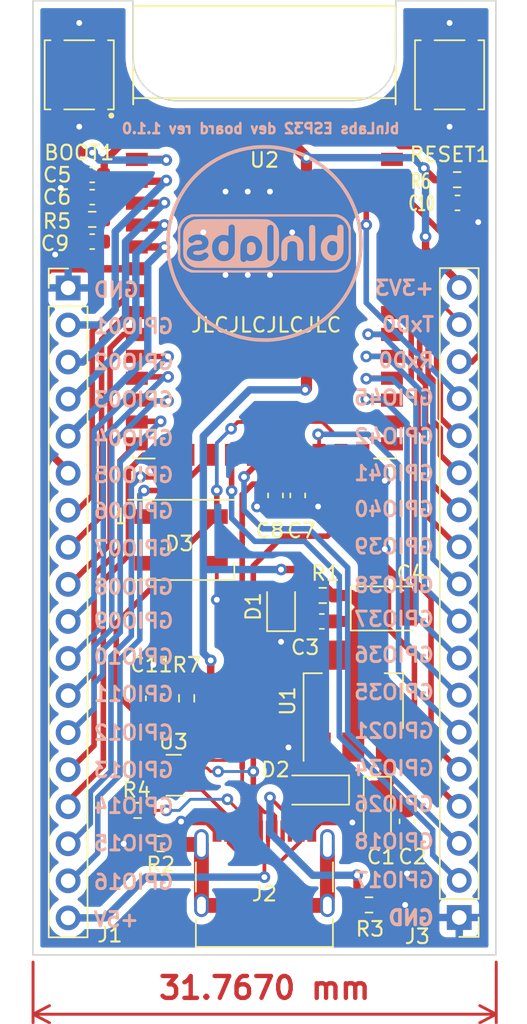
<source format=kicad_pcb>
(kicad_pcb (version 20211014) (generator pcbnew)
  (layers (0 "F.Cu" signal) (31 "B.Cu" signal) (34 "B.Paste" user) (35 "F.Paste" user) (36 "B.SilkS" user "B.Silkscreen") (37 "F.SilkS" user "F.Silkscreen") (38 "B.Mask" user) (39 "F.Mask" user) (44 "Edge.Cuts" user))
  (net 0 "")
  (net 1 "GPIO0")
  (net 5 "GND")
  (net 6 "Net-(D1-Pad2)")
  (net 7 "Net-(C1-Pad1)")
  (net 8 "+3V3")
  (net 9 "Data+")
  (net 10 "Data-")
  (net 11 "+5V")
  (net 12 "Net-(J2-PadA5)")
  (net 13 "Net-(J2-PadB5)")
  (net 14 "Net-(J2-PadS1)")
  (net 20 "Enable")
  (net 22 "StsLED")
  (net 23 "GPIO1")
  (net 24 "GPIO2")
  (net 25 "GPIO3")
  (net 26 "GPIO4")
  (net 27 "GPIO5")
  (net 28 "GPIO6")
  (net 29 "GPIO7")
  (net 30 "GPIO8")
  (net 31 "GPIO9")
  (net 32 "GPIO10")
  (net 33 "GPIO11")
  (net 34 "GPIO12")
  (net 35 "GPIO13")
  (net 36 "GPIO14")
  (net 37 "GPIO15")
  (net 38 "GPIO16")
  (net 39 "RXDO")
  (net 40 "TXD0")
  (net 41 "GPIO17")
  (net 42 "GPIO18")
  (net 43 "GPIO26")
  (net 44 "GPIO21")
  (net 45 "GPIO35")
  (net 46 "GPIO36")
  (net 47 "GPIO37")
  (net 48 "GPIO38")
  (net 49 "GPIO39")
  (net 50 "GPIO40")
  (net 51 "GPIO41")
  (net 52 "GPIO42")
  (net 53 "GPIO45")
  (net 54 "GPIO34")
  (footprint "Capacitor_Tantalum_SMD:CP_EIA-3528-15_AVX-H" (layer "F.Cu") (at 125.222 112.141)
    (fp_text reference "C4")
    (fp_text value "22uF")
  )
  (footprint "Package_TO_SOT_SMD:SOT-223-3_TabPin2" (layer "F.Cu") (at 122.936 118.491 90)
    (fp_text reference "U1")
    (fp_text value "AMS1117-3.3")
  )
  (footprint "Package_SON:USON-10_2.5x1.0mm_P0.5mm" (layer "F.Cu") (at 110.617 123.571 180)
    (fp_text reference "U3")
    (fp_text value "TPD4E02B04DQA")
  )
  (footprint "lib:XCVR_ESP32-S2-WROOM" (layer "F.Cu") (at 116.84 86.36)
    (fp_text reference "U2")
    (fp_text value "ESP32-S2-WROOM")
  )
  (footprint "Resistor_SMD:R_0603_1608Metric" (layer "F.Cu") (at 105.029 85.471 180)
    (fp_text reference "R5")
    (fp_text value "10k")
  )
  (footprint "Button_Switch_SMD:SW_SPST_TL3305B" (layer "F.Cu") (at 104.14 75.565 90)
    (fp_text reference "BOOT1")
    (fp_text value "SW_SPST" hide)
  )
  (footprint "Capacitor_SMD:C_0603_1608Metric" (layer "F.Cu") (at 105.029 86.995)
    (fp_text reference "C9")
    (fp_text value "1uF")
  )
  (footprint "Capacitor_SMD:C_0603_1608Metric" (layer "F.Cu") (at 120.777 113.03 180)
    (fp_text reference "C3")
    (fp_text value "100nF")
  )
  (footprint "Capacitor_Tantalum_SMD:CP_EIA-3216-18_Kemet-A" (layer "F.Cu") (at 124.587 125.984 -90)
    (fp_text reference "C1")
    (fp_text value "10uF")
  )
  (footprint "Resistor_SMD:R_0603_1608Metric" (layer "F.Cu") (at 111.506 118.3 90)
    (fp_text reference "R7")
    (fp_text value "10k")
  )
  (footprint "Capacitor_SMD:C_0603_1608Metric" (layer "F.Cu") (at 119.126 104.394 -90)
    (fp_text reference "C7")
    (fp_text value "22pF")
  )
  (footprint "Connector_USB:USB_C_Receptacle_HRO_TYPE-C-31-M-12" (layer "F.Cu") (at 116.84 131.445)
    (fp_text reference "J2")
    (fp_text value "USB_C_Receptacle_USB2.0")
  )
  (footprint "Capacitor_SMD:C_0603_1608Metric" (layer "F.Cu") (at 105.029 83.947 180)
    (fp_text reference "C6")
    (fp_text value "10uF")
  )
  (footprint "LED_SMD:LED_WS2812B_PLCC4_5.0x5.0mm_P3.2mm" (layer "F.Cu") (at 111.125 107.442)
    (fp_text reference "D3")
    (fp_text value "WS2812B")
  )
  (footprint "Connector_PinHeader_2.54mm:PinHeader_1x18_P2.54mm_Vertical" (layer "F.Cu") (at 130.202 133.322 180)
    (fp_text reference "J3")
    (fp_text value "Conn_01x18")
  )
  (footprint "Capacitor_SMD:C_0603_1608Metric" (layer "F.Cu") (at 117.602 104.394 -90)
    (fp_text reference "C8")
    (fp_text value "22pF")
  )
  (footprint "Resistor_SMD:R_0603_1608Metric" (layer "F.Cu") (at 109.728 128.27 180)
    (fp_text reference "R2")
    (fp_text value "1M")
  )
  (footprint "Capacitor_SMD:C_0603_1608Metric" (layer "F.Cu") (at 105.029 82.423 180)
    (fp_text reference "C5")
    (fp_text value "100nF")
  )
  (footprint "Button_Switch_SMD:SW_SPST_TL3305B" (layer "F.Cu") (at 129.54 75.565 -90)
    (fp_text reference "RESET1")
    (fp_text value "SW_SPST")
  )
  (footprint "Capacitor_SMD:C_0603_1608Metric" (layer "F.Cu") (at 109.22 118.3 90)
    (fp_text reference "C11")
    (fp_text value "10uF")
  )
  (footprint "Capacitor_SMD:C_0603_1608Metric" (layer "F.Cu") (at 126.619 126.733 -90)
    (fp_text reference "C2")
    (fp_text value "100nF")
  )
  (footprint "Connector_PinHeader_2.54mm:PinHeader_1x18_P2.54mm_Vertical" (layer "F.Cu") (at 103.378 90.17)
    (fp_text reference "J1")
    (fp_text value "Conn_01x18")
  )
  (footprint "Resistor_SMD:R_0603_1608Metric" (layer "F.Cu") (at 124.015 132.461)
    (fp_text reference "R3")
    (fp_text value "5k1")
  )
  (footprint "Diode_SMD:D_SOD-123" (layer "F.Cu") (at 120.396 124.587 180)
    (fp_text reference "D2")
    (fp_text value "D_Schottky")
  )
  (footprint "Capacitor_SMD:C_0603_1608Metric" (layer "F.Cu") (at 130.082 84.342 180)
    (fp_text reference "C10")
    (fp_text value "1uF")
  )
  (footprint "Resistor_SMD:R_0603_1608Metric" (layer "F.Cu") (at 130.062 82.752)
    (fp_text reference "R6")
    (fp_text value "10k")
  )
  (footprint "Resistor_SMD:R_0603_1608Metric" (layer "F.Cu") (at 120.841 111.252 180)
    (fp_text reference "R1")
    (fp_text value "5k1")
  )
  (footprint "Resistor_SMD:R_0603_1608Metric" (layer "F.Cu") (at 108.141 125.984 180)
    (fp_text reference "R4")
    (fp_text value "5k1")
  )
  (footprint "LED_SMD:LED_0805_2012Metric" (layer "F.Cu") (at 117.983 112.014 90)
    (fp_text reference "D1")
    (fp_text value "Red LED")
  )
  (footprint "lib:blnlabslogo" (layer "B.Cu") (at 116.84 87.122 180)
    (fp_text reference "")
    (fp_text value "LOGO" hide)
  )
  (gr_line (start 125.860739 74.298739) (end 125.857 70.485) (layer "Edge.Cuts") (width 0.1))
  (gr_line (start 125.857 70.485) (end 132.715 70.485) (layer "Edge.Cuts") (width 0.1))
  (gr_line (start 132.715 70.485) (end 132.715 135.89) (layer "Edge.Cuts") (width 0.1))
  (gr_line (start 110.874739 77.343) (end 122.812739 77.343) (layer "Edge.Cuts") (width 0.1))
  (gr_line (start 107.823 70.485) (end 107.823 74.298739) (layer "Edge.Cuts") (width 0.1))
  (gr_arc (start 110.874739 77.343) (mid 108.717288 76.454002) (end 107.823 74.298739) (layer "Edge.Cuts") (width 0.1))
  (gr_line (start 100.965 135.89) (end 100.965 70.485) (layer "Edge.Cuts") (width 0.1))
  (gr_arc (start 125.860739 74.298739) (mid 124.967771 76.452676) (end 122.812739 77.343) (layer "Edge.Cuts") (width 0.1))
  (gr_line (start 100.965 70.485) (end 107.823 70.485) (layer "Edge.Cuts") (width 0.1))
  (gr_line (start 132.715 135.89) (end 100.965 135.89) (layer "Edge.Cuts") (width 0.1))
  (gr_text "GPIO15" (at 107.870476 128.242) (layer "B.SilkS") (effects (font (size 1 1) (thickness 0.2)) (justify mirror)))
  (gr_text "GPIO06" (at 107.870476 105.462) (layer "B.SilkS") (effects (font (size 1 1) (thickness 0.2)) (justify mirror)))
  (gr_text "GPIO02" (at 107.870476 95.262) (layer "B.SilkS") (effects (font (size 1 1) (thickness 0.2)) (justify mirror)))
  (gr_text "GPIO34" (at 125.73 123.095) (layer "B.SilkS") (effects (font (size 1 1) (thickness 0.2)) (justify mirror)))
  (gr_text "GPIO21" (at 125.73 120.535) (layer "B.SilkS") (effects (font (size 1 1) (thickness 0.2)) (justify mirror)))
  (gr_text "+5V" (at 106.68 133.462) (layer "B.SilkS") (effects (font (size 1 1) (thickness 0.2)) (justify mirror)))
  (gr_text "GPIO14" (at 107.870476 125.682) (layer "B.SilkS") (effects (font (size 1 1) (thickness 0.2)) (justify mirror)))
  (gr_text "GPIO45" (at 125.73 97.695) (layer "B.SilkS") (effects (font (size 1 1) (thickness 0.2)) (justify mirror)))
  (gr_text "GPIO03" (at 107.870476 97.822) (layer "B.SilkS") (effects (font (size 1 1) (thickness 0.2)) (justify mirror)))
  (gr_text "GPIO38" (at 125.73 110.545) (layer "B.SilkS") (effects (font (size 1 1) (thickness 0.2)) (justify mirror)))
  (gr_text "GPIO37" (at 125.73 112.865) (layer "B.SilkS") (effects (font (size 1 1) (thickness 0.2)) (justify mirror)))
  (gr_text "+3V3" (at 126.444286 90.17) (layer "B.SilkS") (effects (font (size 1 1) (thickness 0.2)) (justify mirror)))
  (gr_text "GPIO09" (at 107.870476 112.992) (layer "B.SilkS") (effects (font (size 1 1) (thickness 0.2)) (justify mirror)))
  (gr_text "GPIO04" (at 107.870476 100.472) (layer "B.SilkS") (effects (font (size 1 1) (thickness 0.2)) (justify mirror)))
  (gr_text "blnLabs ESP32 dev board rev 1.1.0" (at 116.586 79.248) (layer "B.SilkS") (effects (font (size 0.7 0.7) (thickness 0.175)) (justify mirror)))
  (gr_text "GPIO07" (at 107.870476 108.022) (layer "B.SilkS") (effects (font (size 1 1) (thickness 0.2)) (justify mirror)))
  (gr_text "GPIO42" (at 125.73 100.345) (layer "B.SilkS") (effects (font (size 1 1) (thickness 0.2)) (justify mirror)))
  (gr_text "GPIO08" (at 107.870476 110.672) (layer "B.SilkS") (effects (font (size 1 1) (thickness 0.2)) (justify mirror)))
  (gr_text "GPIO41" (at 125.73 102.875) (layer "B.SilkS") (effects (font (size 1 1) (thickness 0.2)) (justify mirror)))
  (gr_text "GPIO35" (at 125.73 117.885) (layer "B.SilkS") (effects (font (size 1 1) (thickness 0.2)) (justify mirror)))
  (gr_text "GPIO26" (at 125.73 125.555) (layer "B.SilkS") (effects (font (size 1 1) (thickness 0.2)) (justify mirror)))
  (gr_text "GND" (at 106.68 90.297) (layer "B.SilkS") (effects (font (size 1 1) (thickness 0.2)) (justify mirror)))
  (gr_text "GPIO40" (at 125.73 105.335) (layer "B.SilkS") (effects (font (size 1 1) (thickness 0.2)) (justify mirror)))
  (gr_text "GPIO10" (at 107.870476 115.452) (layer "B.SilkS") (effects (font (size 1 1) (thickness 0.2)) (justify mirror)))
  (gr_text "GPIO13" (at 107.870476 123.222) (layer "B.SilkS") (effects (font (size 1 1) (thickness 0.2)) (justify mirror)))
  (gr_text "RxD0" (at 126.563333 95.135) (layer "B.SilkS") (effects (font (size 1 1) (thickness 0.2)) (justify mirror)))
  (gr_text "GPIO01" (at 107.870476 92.802) (layer "B.SilkS") (effects (font (size 1 1) (thickness 0.2)) (justify mirror)))
  (gr_text "GPIO16" (at 107.870476 130.892) (layer "B.SilkS") (effects (font (size 1 1) (thickness 0.2)) (justify mirror)))
  (gr_text "GND" (at 126.895476 133.35) (layer "B.SilkS") (effects (font (size 1 1) (thickness 0.25)) (justify mirror)))
  (gr_text "GPIO36" (at 125.73 115.325) (layer "B.SilkS") (effects (font (size 1 1) (thickness 0.2)) (justify mirror)))
  (gr_text "GPIO18" (at 125.73 128.115) (layer "B.SilkS") (effects (font (size 1 1) (thickness 0.2)) (justify mirror)))
  (gr_text "GPIO17" (at 125.73 130.765) (layer "B.SilkS") (effects (font (size 1 1) (thickness 0.2)) (justify mirror)))
  (gr_text "GPIO11" (at 107.870476 118.012) (layer "B.SilkS") (effects (font (size 1 1) (thickness 0.2)) (justify mirror)))
  (gr_text "GPIO12" (at 107.870476 120.662) (layer "B.SilkS") (effects (font (size 1 1) (thickness 0.2)) (justify mirror)))
  (gr_text "GPIO05" (at 107.870476 103.002) (layer "B.SilkS") (effects (font (size 1 1) (thickness 0.2)) (justify mirror)))
  (gr_text "TxD0" (at 126.682381 92.675) (layer "B.SilkS") (effects (font (size 1 1) (thickness 0.2)) (justify mirror)))
  (gr_text "GPIO39" (at 125.73 107.895) (layer "B.SilkS") (effects (font (size 1 1) (thickness 0.2)) (justify mirror)))
  (gr_text "JLCJLCJLCJLC" (at 116.967 92.71) (layer "F.SilkS") (effects (font (size 1 1))))
  (dimension (type aligned) (layer "F.Cu") (pts (xy 132.739 135.882) (xy 100.972 135.882)) (height -4.07) (gr_text "31.7670 mm" (at 116.8555 138.152) (layer "F.Cu") (effects (font (size 1.5 1.5) (thickness 0.3)))) (format (units 3) (units_format 1) (precision 4)) (style (thickness 0.2) (arrow_length 1.27) (text_position_mode 0) (extension_height 0.58642) (extension_offset 0.5) keep_text_aligned))
  (segment (start 104.374 80.899) (end 102.64 79.165) (width 0.508) (layer "F.Cu") (net 1))
  (segment (start 108.09 81.36) (end 110.062 81.36) (width 0.508) (layer "F.Cu") (net 1))
  (segment (start 101.981 86.741) (end 102.235 86.995) (width 0.508) (layer "F.Cu") (net 1))
  (segment (start 104.204 85.471) (end 101.981 85.471) (width 0.508) (layer "F.Cu") (net 1))
  (segment (start 104.075952 80.899) (end 101.981 82.993952) (width 0.508) (layer "F.Cu") (net 1))
  (segment (start 102.64 71.965) (end 102.64 79.165) (width 0.508) (layer "F.Cu") (net 1))
  (segment (start 110.062 81.36) (end 110.109 81.407) (width 0.508) (layer "F.Cu") (net 1))
  (segment (start 102.235 86.995) (end 104.254 86.995) (width 0.508) (layer "F.Cu") (net 1))
  (segment (start 105.029 80.899) (end 104.374 80.899) (width 0.508) (layer "F.Cu") (net 1))
  (segment (start 105.029 80.899) (end 104.075952 80.899) (width 0.508) (layer "F.Cu") (net 1))
  (segment (start 101.981 85.979) (end 101.981 86.741) (width 0.508) (layer "F.Cu") (net 1))
  (segment (start 101.981 82.993952) (end 101.981 85.979) (width 0.508) (layer "F.Cu") (net 1))
  (via (at 110.109 81.407) (size 0.8) (drill 0.4) (layers "F.Cu" "B.Cu") (net 1))
  (via (at 105.029 80.899) (size 0.8) (drill 0.4) (layers "F.Cu" "B.Cu") (net 1))
  (segment (start 110.109 81.407) (end 105.537 81.407) (width 0.508) (layer "B.Cu") (net 1))
  (segment (start 105.537 81.407) (end 105.029 80.899) (width 0.508) (layer "B.Cu") (net 1))
  (segment (start 115.65 87.91) (end 115.65 86.41) (width 0.508) (layer "F.Cu") (net 5))
  (segment (start 109.22 117.525) (end 109.22 116.001) (width 0.508) (layer "F.Cu") (net 5))
  (segment (start 117.15 87.91) (end 117.15 89.21) (width 0.508) (layer "F.Cu") (net 5))
  (segment (start 104.184 71.965) (end 104.14 72.009) (width 0.762) (layer "F.Cu") (net 5))
  (segment (start 105.64 79.165) (end 104.184 79.165) (width 0.762) (layer "F.Cu") (net 5))
  (segment (start 104.254 84.201) (end 104.254 83.299) (width 0.508) (layer "F.Cu") (net 5))
  (segment (start 117.983 112.9515) (end 117.983 114.427) (width 0.762) (layer "F.Cu") (net 5))
  (segment (start 117.15 87.91) (end 117.15 86.41) (width 0.508) (layer "F.Cu") (net 5))
  (segment (start 117.15 83.637) (end 117.221 83.566) (width 0.508) (layer "F.Cu") (net 5))
  (segment (start 117.15 84.91) (end 115.65 84.91) (width 0.508) (layer "F.Cu") (net 5))
  (segment (start 104.254 83.299) (end 102.883 83.299) (width 0.508) (layer "F.Cu") (net 5))
  (segment (start 128.04 79.165) (end 129.496 79.165) (width 0.762) (layer "F.Cu") (net 5))
  (segment (start 124.06448 126.81148) (end 120.67852 126.81148) (width 0.381) (layer "F.Cu") (net 5))
  (segment (start 113.575 111.543) (end 113.575 109.042) (width 0.254) (layer "F.Cu") (net 5))
  (segment (start 129.496 79.165) (end 129.54 79.121) (width 0.762) (layer "F.Cu") (net 5))
  (segment (start 114.15 86.41) (end 115.65 86.41) (width 0.508) (layer "F.Cu") (net 5))
  (segment (start 119.9235 112.9515) (end 120.002 113.03) (width 0.762) (layer "F.Cu") (net 5))
  (segment (start 117.15 89.21) (end 117.221 89.281) (width 0.508) (layer "F.Cu") (net 5))
  (segment (start 110.232 123.571) (end 108.585 123.571) (width 0.254) (layer "F.Cu") (net 5))
  (segment (start 105.791 86.995) (end 105.804 86.995) (width 0.508) (layer "F.Cu") (net 5))
  (segment (start 107.316 128.142) (end 107.188 128.27) (width 0.762) (layer "F.Cu") (net 5))
  (segment (start 108.903 128.27) (end 107.188 128.27) (width 1.016) (layer "F.Cu") (net 5))
  (segment (start 102.489 87.884) (end 104.902 87.884) (width 0.508) (layer "F.Cu") (net 5))
  (segment (start 117.15 86.41) (end 115.65 86.41) (width 0.508) (layer "F.Cu") (net 5))
  (segment (start 114.15 89.258) (end 114.173 89.281) (width 0.508) (layer "F.Cu") (net 5))
  (segment (start 111.002 123.571) (end 110.232 123.571) (width 0.254) (layer "F.Cu") (net 5))
  (segment (start 108.585 123.571) (end 107.316 124.84) (width 0.254) (layer "F.Cu") (net 5))
  (segment (start 117.602 105.169) (end 116.345 105.169) (width 0.508) (layer "F.Cu") (net 5))
  (segment (start 120.636 121.641) (end 118.516 121.641) (width 1.016) (layer "F.Cu") (net 5))
  (segment (start 117.15 86.41) (end 118.695 86.41) (width 0.508) (layer "F.Cu") (net 5))
  (segment (start 102.883 83.299) (end 102.87 83.312) (width 0.508) (layer "F.Cu") (net 5))
  (segment (start 124.761 127.508) (end 124.587 127.334) (width 0.381) (layer "F.Cu") (net 5))
  (segment (start 115.65 87.91) (end 117.15 87.91) (width 0.508) (layer "F.Cu") (net 5))
  (segment (start 125.095011 109.220011) (end 126.7595 110.8845) (width 0.508) (layer "F.Cu") (net 5))
  (segment (start 126.619 127.508) (end 124.761 127.508) (width 0.381) (layer "F.Cu") (net 5))
  (segment (start 126.619 130.302) (end 126.619 127.508) (width 0.25) (layer "F.Cu") (net 5))
  (segment (start 120.67852 126.81148) (end 120.09 127.4) (width 0.381) (layer "F.Cu") (net 5))
  (segment (start 111.125 126.746) (end 112.936 126.746) (width 0.508) (layer "F.Cu") (net 5))
  (segment (start 125.59 78.36) (end 127.235 78.36) (width 0.762) (layer "F.Cu") (net 5))
  (segment (start 114.15 83.589) (end 114.173 83.566) (width 0.508) (layer "F.Cu") (net 5))
  (segment (start 130.624504 85.659504) (end 129.307 84.342) (width 0.508) (layer "F.Cu") (net 5))
  (segment (start 108.09 78.36) (end 107.441 78.36) (width 0.762) (layer "F.Cu") (net 5))
  (segment (start 123.59 101.61) (end 123.59 101.873) (width 0.508) (layer "F.Cu") (net 5))
  (segment (start 107.316 124.84) (end 107.316 125.984) (width 0.254) (layer "F.Cu") (net 5))
  (segment (start 124.587 127.334) (end 124.06448 126.81148) (width 0.381) (layer "F.Cu") (net 5))
  (segment (start 120.51 105.169) (end 120.523 105.156) (width 0.508) (layer "F.Cu") (net 5))
  (segment (start 104.902 87.884) (end 105.791 86.995) (width 0.508) (layer "F.Cu") (net 5))
  (segment (start 106.636 79.165) (end 105.64 79.165) (width 0.762) (layer "F.Cu") (net 5))
  (segment (start 112.936 126.746) (end 113.59 127.4) (width 0.508) (layer "F.Cu") (net 5))
  (segment (start 114.15 87.91) (end 114.15 89.258) (width 0.508) (layer "F.Cu") (net 5))
  (segment (start 128.04 71.965) (end 129.496 71.965) (width 0.508) (layer "F.Cu") (net 5))
  (segment (start 105.64 71.965) (end 104.184 71.965) (width 0.762) (layer "F.Cu") (net 5))
  (segment (start 115.65 83.613) (end 115.697 83.566) (width 0.508) (layer "F.Cu") (net 5))
  (segment (start 114.15 87.91) (end 115.65 87.91) (width 0.508) (layer "F.Cu") (net 5))
  (segment (start 112.699 86.41) (end 112.649 86.36) (width 0.508) (layer "F.Cu") (net 5))
  (segment (start 115.65 84.91) (end 115.65 86.41) (width 0.508) (layer "F.Cu") (net 5))
  (segment (start 117.15 84.91) (end 117.15 83.637) (width 0.508) (layer "F.Cu") (net 5))
  (segment (start 104.184 79.165) (end 104.14 79.121) (width 0.762) (layer "F.Cu") (net 5))
  (segment (start 116.345 105.169) (end 116.332 105.156) (width 0.508) (layer "F.Cu") (net 5))
  (segment (start 115.65 87.91) (end 115.65 89.234) (width 0.508) (layer "F.Cu") (net 5))
  (segment (start 125.095011 108.077) (end 125.095011 109.220011) (width 0.508) (layer "F.Cu") (net 5))
  (segment (start 118.516 121.641) (end 118.491 121.666) (width 1.016) (layer "F.Cu") (net 5))
  (segment (start 123.59 101.873) (end 125.095 103.378) (width 0.508) (layer "F.Cu") (net 5))
  (segment (start 115.65 89.234) (end 115.697 89.281) (width 0.508) (layer "F.Cu") (net 5))
  (segment (start 115.65 84.91) (end 114.15 84.91) (width 0.508) (layer "F.Cu") (net 5))
  (segment (start 117.15 86.41) (end 117.15 84.91) (width 0.508) (layer "F.Cu") (net 5))
  (segment (start 127.235 78.36) (end 128.04 79.165) (width 0.762) (layer "F.Cu") (net 5))
  (segment (start 114.15 86.41) (end 112.699 86.41) (width 0.508) (layer "F.Cu") (net 5))
  (segment (start 114.15 84.91) (end 114.15 83.589) (width 0.508) (layer "F.Cu") (net 5))
  (segment (start 119.126 105.169) (end 120.51 105.169) (width 0.508) (layer "F.Cu") (net 5))
  (segment (start 129.496 71.965) (end 129.54 72.009) (width 0.508) (layer "F.Cu") (net 5))
  (segment (start 115.65 84.91) (end 115.65 83.613) (width 0.508) (layer "F.Cu") (net 5))
  (segment (start 107.316 125.984) (end 107.316 128.142) (width 0.762) (layer "F.Cu") (net 5))
  (segment (start 107.441 78.36) (end 106.636 79.165) (width 0.762) (layer "F.Cu") (net 5))
  (segment (start 126.7595 110.8845) (end 126.7595 112.141) (width 0.508) (layer "F.Cu") (net 5))
  (segment (start 117.983 112.9515) (end 119.9235 112.9515) (width 0.762) (layer "F.Cu") (net 5))
  (segment (start 124.84 132.461) (end 126.492 132.461) (width 0.762) (layer "F.Cu") (net 5))
  (segment (start 114.15 86.41) (end 114.15 87.91) (width 0.508) (layer "F.Cu") (net 5))
  (segment (start 114.15 84.91) (end 114.15 86.41) (width 0.508) (layer "F.Cu") (net 5))
  (segment (start 131.504496 85.659504) (end 130.624504 85.659504) (width 0.508) (layer "F.Cu") (net 5))
  (segment (start 104.254 83.299) (end 104.254 82.423) (width 0.508) (layer "F.Cu") (net 5))
  (segment (start 118.695 86.41) (end 118.745 86.36) (width 0.508) (layer "F.Cu") (net 5))
  (segment (start 105.64 71.965) (end 105.64 79.165) (width 0.762) (layer "F.Cu") (net 5))
  (via (at 117.221 83.566) (size 0.8) (drill 0.4) (layers "F.Cu" "B.Cu") (net 5))
  (via (at 129.54 79.121) (size 0.8) (drill 0.4) (layers "F.Cu" "B.Cu") (net 5))
  (via (at 115.697 89.281) (size 0.8) (drill 0.4) (layers "F.Cu" "B.Cu") (net 5))
  (via (at 112.649 86.36) (size 0.8) (drill 0.4) (layers "F.Cu" "B.Cu") (net 5))
  (via (at 114.173 83.566) (size 0.8) (drill 0.4) (layers "F.Cu" "B.Cu") (net 5))
  (via (at 117.983 114.427) (size 0.8) (drill 0.4) (layers "F.Cu" "B.Cu") (net 5))
  (via (at 126.492 132.461) (size 0.8) (drill 0.4) (layers "F.Cu" "B.Cu") (net 5))
  (via (at 129.54 72.009) (size 0.8) (drill 0.4) (layers "F.Cu" "B.Cu") (net 5))
  (via (at 111.125 126.746) (size 0.8) (drill 0.4) (layers "F.Cu" "B.Cu") (net 5))
  (via (at 126.619 130.302) (size 0.8) (drill 0.4) (layers "F.Cu" "B.Cu") (net 5))
  (via (at 109.22 116.001) (size 0.8) (drill 0.4) (layers "F.Cu" "B.Cu") (net 5))
  (via (at 131.504496 85.659504) (size 0.8) (drill 0.4) (layers "F.Cu" "B.Cu") (net 5))
  (via (at 114.173 89.281) (size 0.8) (drill 0.4) (layers "F.Cu" "B.Cu") (net 5))
  (via (at 116.332 105.156) (size 0.8) (drill 0.4) (layers "F.Cu" "B.Cu") (net 5))
  (via (at 104.14 72.009) (size 0.8) (drill 0.4) (layers "F.Cu" "B.Cu") (net 5))
  (via (at 117.221 89.281) (size 0.8) (drill 0.4) (layers "F.Cu" "B.Cu") (net 5))
  (via (at 104.14 79.121) (size 0.8) (drill 0.4) (layers "F.Cu" "B.Cu") (net 5))
  (via (at 118.491 121.666) (size 0.8) (drill 0.4) (layers "F.Cu" "B.Cu") (net 5))
  (via (at 102.87 83.312) (size 0.8) (drill 0.4) (layers "F.Cu" "B.Cu") (net 5))
  (via (at 115.697 83.566) (size 0.8) (drill 0.4) (layers "F.Cu" "B.Cu") (net 5))
  (via (at 107.188 128.27) (size 0.8) (drill 0.4) (layers "F.Cu" "B.Cu") (net 5))
  (via (at 120.523 105.156) (size 0.8) (drill 0.4) (layers "F.Cu" "B.Cu") (net 5))
  (via (at 122.87052 126.81148) (size 0.8) (drill 0.4) (layers "F.Cu" "B.Cu") (net 5))
  (via (at 118.745 86.36) (size 0.8) (drill 0.4) (layers "F.Cu" "B.Cu") (net 5))
  (via (at 102.489 87.884) (size 0.8) (drill 0.4) (layers "F.Cu" "B.Cu") (net 5))
  (via (at 125.095011 108.077) (size 0.8) (drill 0.4) (layers "F.Cu" "B.Cu") (net 5))
  (via (at 125.095 103.378) (size 0.8) (drill 0.4) (layers "F.Cu" "B.Cu") (net 5))
  (via (at 113.575 111.543) (size 0.8) (drill 0.4) (layers "F.Cu" "B.Cu") (net 5))
  (segment (start 117.983 111.0765) (end 119.8405 111.0765) (width 0.762) (layer "F.Cu") (net 6))
  (segment (start 119.8405 111.0765) (end 120.016 111.252) (width 0.762) (layer "F.Cu") (net 6))
  (segment (start 125.236 123.985) (end 124.587 124.634) (width 1.016) (layer "F.Cu") (net 7))
  (segment (start 124.54 124.587) (end 124.587 124.634) (width 1.016) (layer "F.Cu") (net 7))
  (segment (start 125.236 121.641) (end 125.236 123.985) (width 1.016) (layer "F.Cu") (net 7))
  (segment (start 122.046 124.587) (end 124.54 124.587) (width 1.016) (layer "F.Cu") (net 7))
  (segment (start 125.295 124.634) (end 126.619 125.958) (width 1.016) (layer "F.Cu") (net 7))
  (segment (start 124.587 124.634) (end 125.295 124.634) (width 1.016) (layer "F.Cu") (net 7))
  (segment (start 105.854 81.488978) (end 107.482978 79.86) (width 0.508) (layer "F.Cu") (net 8))
  (segment (start 109.27 119.125) (end 109.22 119.075) (width 0.508) (layer "F.Cu") (net 8))
  (segment (start 119.725511 81.244511) (end 119.725511 97.063489) (width 0.762) (layer "F.Cu") (net 8))
  (segment (start 127.892 87.506) (end 130.087014 89.701014) (width 0.508) (layer "F.Cu") (net 8))
  (segment (start 121.552 113.03) (end 122.7955 113.03) (width 0.762) (layer "F.Cu") (net 8))
  (segment (start 130.087014 89.701014) (end 130.175 89.701014) (width 0.508) (layer "F.Cu") (net 8))
  (segment (start 122.7955 113.03) (end 122.936 112.8895) (width 0.762) (layer "F.Cu") (net 8))
  (segment (start 107.482978 79.86) (end 108.09 79.86) (width 0.508) (layer "F.Cu") (net 8))
  (segment (start 112.446 119.125) (end 111.506 119.125) (width 0.508) (layer "F.Cu") (net 8))
  (segment (start 127.782 82.012) (end 128.522 82.752) (width 0.508) (layer "F.Cu") (net 8))
  (segment (start 108.763 105.842) (end 108.675 105.842) (width 0.381) (layer "F.Cu") (net 8))
  (segment (start 106.68 117.983) (end 106.68 113.157) (width 0.381) (layer "F.Cu") (net 8))
  (segment (start 122.7955 111.252) (end 123.6845 112.141) (width 0.762) (layer "F.Cu") (net 8))
  (segment (start 127.782 81.962) (end 127.782 82.012) (width 0.508) (layer "F.Cu") (net 8))
  (segment (start 105.854 85.471) (end 105.854 81.488978) (width 0.508) (layer "F.Cu") (net 8))
  (segment (start 111.506 119.125) (end 109.27 119.125) (width 0.508) (layer "F.Cu") (net 8))
  (segment (start 110.109 109.728) (end 110.109 107.188) (width 0.381) (layer "F.Cu") (net 8))
  (segment (start 121.666 111.252) (end 122.7955 111.252) (width 0.762) (layer "F.Cu") (net 8))
  (segment (start 130.175 90.17) (end 130.175 89.701014) (width 0.25) (layer "F.Cu") (net 8))
  (segment (start 127.892 86.652) (end 127.892 87.506) (width 0.508) (layer "F.Cu") (net 8))
  (segment (start 122.936 112.8895) (end 123.6845 112.141) (width 1.016) (layer "F.Cu") (net 8))
  (segment (start 110.109 107.188) (end 108.763 105.842) (width 0.381) (layer "F.Cu") (net 8))
  (segment (start 106.68 113.157) (end 110.109 109.728) (width 0.381) (layer "F.Cu") (net 8))
  (segment (start 119.725511 97.063489) (end 119.634 97.155) (width 0.762) (layer "F.Cu") (net 8))
  (segment (start 119.253 80.772) (end 119.725511 81.244511) (width 0.762) (layer "F.Cu") (net 8))
  (segment (start 121.666 111.252) (end 119.888 109.474) (width 0.508) (layer "F.Cu") (net 8))
  (segment (start 113.157 118.414) (end 112.446 119.125) (width 0.508) (layer "F.Cu") (net 8))
  (segment (start 122.936 121.641) (end 122.936 115.341) (width 1.016) (layer "F.Cu") (net 8))
  (segment (start 108.09 79.86) (end 118.341 79.86) (width 0.762) (layer "F.Cu") (net 8))
  (segment (start 107.772 119.075) (end 106.68 117.983) (width 0.381) (layer "F.Cu") (net 8))
  (segment (start 109.22 119.075) (end 107.772 119.075) (width 0.381) (layer "F.Cu") (net 8))
  (segment (start 122.936 115.341) (end 122.936 112.8895) (width 1.016) (layer "F.Cu") (net 8))
  (segment (start 128.522 82.752) (end 129.237 82.752) (width 0.508) (layer "F.Cu") (net 8))
  (segment (start 119.888 109.474) (end 117.983 109.474) (width 0.508) (layer "F.Cu") (net 8))
  (segment (start 118.341 79.86) (end 119.253 80.772) (width 0.762) (layer "F.Cu") (net 8))
  (segment (start 113.157 115.697) (end 113.157 118.414) (width 0.508) (layer "F.Cu") (net 8))
  (via (at 119.634 97.155) (size 0.8) (drill 0.4) (layers "F.Cu" "B.Cu") (net 8))
  (via (at 117.983 109.474) (size 0.8) (drill 0.4) (layers "F.Cu" "B.Cu") (net 8))
  (via (at 113.157 115.697) (size 0.8) (drill 0.4) (layers "F.Cu" "B.Cu") (net 8))
  (via (at 127.892 86.652) (size 0.8) (drill 0.4) (layers "F.Cu" "B.Cu") (net 8))
  (via (at 119.725511 81.244511) (size 0.8) (drill 0.4) (layers "F.Cu" "B.Cu") (net 8))
  (via (at 127.782 81.962) (size 0.8) (drill 0.4) (layers "F.Cu" "B.Cu") (net 8))
  (segment (start 127.782 81.962) (end 127.889 82.069) (width 0.508) (layer "B.Cu") (net 8))
  (segment (start 127.889 82.069) (end 127.889 86.649) (width 0.508) (layer "B.Cu") (net 8))
  (segment (start 115.824 97.155) (end 119.634 97.155) (width 0.508) (layer "B.Cu") (net 8))
  (segment (start 117.983 109.474) (end 112.649 109.474) (width 0.508) (layer "B.Cu") (net 8))
  (segment (start 127.782 81.962) (end 127.064511 81.244511) (width 0.508) (layer "B.Cu") (net 8))
  (segment (start 113.157 115.697) (end 112.649 115.189) (width 0.508) (layer "B.Cu") (net 8))
  (segment (start 127.889 86.649) (end 127.892 86.652) (width 0.508) (layer "B.Cu") (net 8))
  (segment (start 127.064511 81.244511) (end 119.725511 81.244511) (width 0.508) (layer "B.Cu") (net 8))
  (segment (start 112.649 100.33) (end 115.824 97.155) (width 0.508) (layer "B.Cu") (net 8))
  (segment (start 112.649 115.189) (end 112.649 100.33) (width 0.508) (layer "B.Cu") (net 8))
  (segment (start 116.59 125.853) (end 116.078 125.341) (width 0.254) (layer "F.Cu") (net 9))
  (segment (start 116.078 125.341) (end 116.078 109.22) (width 0.381) (layer "F.Cu") (net 9))
  (segment (start 120.891 103.619) (end 119.126 103.619) (width 0.381) (layer "F.Cu") (net 9))
  (segment (start 116.59 127.4) (end 116.59 125.853) (width 0.254) (layer "F.Cu") (net 9))
  (segment (start 112.911 123.071) (end 113.157 123.317) (width 0.2) (layer "F.Cu") (net 9))
  (segment (start 111.002 123.071) (end 112.911 123.071) (width 0.2) (layer "F.Cu") (net 9))
  (segment (start 116.078 109.22) (end 118.11 107.188) (width 0.381) (layer "F.Cu") (net 9))
  (segment (start 119.09 101.61) (end 119.09 103.583) (width 0.508) (layer "F.Cu") (net 9))
  (segment (start 119.09 103.583) (end 119.126 103.619) (width 0.508) (layer "F.Cu") (net 9))
  (segment (start 121.666 104.394) (end 120.891 103.619) (width 0.381) (layer "F.Cu") (net 9))
  (segment (start 113.157 123.317) (end 113.665 123.317) (width 0.2) (layer "F.Cu") (net 9))
  (segment (start 117.329022 126.111) (end 116.848 126.111) (width 0.254) (layer "F.Cu") (net 9))
  (segment (start 117.59 127.4) (end 117.59 126.371978) (width 0.254) (layer "F.Cu") (net 9))
  (segment (start 117.59 126.371978) (end 117.329022 126.111) (width 0.254) (layer "F.Cu") (net 9))
  (segment (start 116.848 126.111) (end 116.59 125.853) (width 0.254) (layer "F.Cu") (net 9))
  (segment (start 121.158 107.188) (end 121.666 106.68) (width 0.381) (layer "F.Cu") (net 9))
  (segment (start 118.11 107.188) (end 121.158 107.188) (width 0.381) (layer "F.Cu") (net 9))
  (segment (start 121.666 106.68) (end 121.666 104.394) (width 0.381) (layer "F.Cu") (net 9))
  (via (at 113.665 123.317) (size 0.8) (drill 0.4) (layers "F.Cu" "B.Cu") (net 9))
  (via (at 116.078 123.317) (size 0.8) (drill 0.4) (layers "F.Cu" "B.Cu") (net 9))
  (segment (start 113.665 123.317) (end 116.078 123.317) (width 0.2) (layer "B.Cu") (net 9))
  (segment (start 116.09 128.79) (end 116.205 128.905) (width 0.254) (layer "F.Cu") (net 10))
  (segment (start 111.002 122.571) (end 111.526022 122.571) (width 0.2) (layer "F.Cu") (net 10))
  (segment (start 115.316 125.349) (end 115.316 123.063) (width 0.254) (layer "F.Cu") (net 10))
  (segment (start 116.09 127.4) (end 116.09 128.79) (width 0.254) (layer "F.Cu") (net 10))
  (segment (start 117.59 103.607) (end 117.602 103.619) (width 0.508) (layer "F.Cu") (net 10))
  (segment (start 116.09 126.123) (end 115.316 125.349) (width 0.254) (layer "F.Cu") (net 10))
  (segment (start 116.205 128.905) (end 116.967 128.905) (width 0.254) (layer "F.Cu") (net 10))
  (segment (start 115.316 123.063) (end 115.316 104.3305) (width 0.381) (layer "F.Cu") (net 10))
  (segment (start 116.967 128.905) (end 117.09 128.782) (width 0.254) (layer "F.Cu") (net 10))
  (segment (start 116.09 127.4) (end 116.09 126.123) (width 0.254) (layer "F.Cu") (net 10))
  (segment (start 117.09 128.782) (end 117.09 127.4) (width 0.254) (layer "F.Cu") (net 10))
  (segment (start 111.526022 122.571) (end 111.542022 122.555) (width 0.2) (layer "F.Cu") (net 10))
  (segment (start 115.316 104.3305) (end 116.0275 103.619) (width 0.381) (layer "F.Cu") (net 10))
  (segment (start 117.59 101.61) (end 117.59 103.607) (width 0.508) (layer "F.Cu") (net 10))
  (segment (start 115.316 122.555) (end 115.316 123.063) (width 0.2) (layer "F.Cu") (net 10))
  (segment (start 111.542022 122.555) (end 115.316 122.555) (width 0.2) (layer "F.Cu") (net 10))
  (segment (start 116.0275 103.619) (end 117.602 103.619) (width 0.381) (layer "F.Cu") (net 10))
  (segment (start 112.54 124.571) (end 114.39 126.421) (width 0.254) (layer "F.Cu") (net 11))
  (segment (start 115.574978 129.413) (end 114.39 128.228022) (width 0.254) (layer "F.Cu") (net 11))
  (segment (start 119.29 127.4) (end 119.29 125.131) (width 0.508) (layer "F.Cu") (net 11))
  (segment (start 119.29 125.131) (end 118.746 124.587) (width 0.508) (layer "F.Cu") (net 11))
  (segment (start 119.29 128.135949) (end 118.012949 129.413) (width 0.254) (layer "F.Cu") (net 11))
  (segment (start 116.84 129.413) (end 115.574978 129.413) (width 0.254) (layer "F.Cu") (net 11))
  (segment (start 116.84 129.413) (end 116.84 130.556) (width 0.254) (layer "F.Cu") (net 11))
  (segment (start 119.29 127.4) (end 119.29 128.135949) (width 0.254) (layer "F.Cu") (net 11))
  (segment (start 114.39 126.421) (end 114.39 127.4) (width 0.254) (layer "F.Cu") (net 11))
  (segment (start 118.012949 129.413) (end 116.84 129.413) (width 0.254) (layer "F.Cu") (net 11))
  (segment (start 114.39 127.4) (end 114.39 128.228022) (width 0.254) (layer "F.Cu") (net 11))
  (segment (start 111.002 124.571) (end 112.54 124.571) (width 0.254) (layer "F.Cu") (net 11))
  (via (at 116.84 130.556) (size 0.8) (drill 0.4) (layers "F.Cu" "B.Cu") (net 11))
  (segment (start 108.712 130.556) (end 105.918 133.35) (width 0.508) (layer "B.Cu") (net 11))
  (segment (start 116.84 130.556) (end 108.712 130.556) (width 0.508) (layer "B.Cu") (net 11))
  (segment (start 105.918 133.35) (end 103.378 133.35) (width 0.508) (layer "B.Cu") (net 11))
  (segment (start 115.59 127.4) (end 115.589 127.4) (width 0.2) (layer "F.Cu") (net 12))
  (segment (start 115.539511 127.350511) (end 115.539511 126.461511) (width 0.2) (layer "F.Cu") (net 12))
  (segment (start 110.109 125.984) (end 108.775 125.984) (width 0.2) (layer "F.Cu") (net 12))
  (segment (start 115.589 127.4) (end 115.539511 127.350511) (width 0.2) (layer "F.Cu") (net 12))
  (segment (start 115.539511 126.461511) (end 114.3 125.222) (width 0.2) (layer "F.Cu") (net 12))
  (via (at 110.109 125.984) (size 0.8) (drill 0.4) (layers "F.Cu" "B.Cu") (net 12))
  (via (at 114.3 125.222) (size 0.8) (drill 0.4) (layers "F.Cu" "B.Cu") (net 12))
  (segment (start 111.76 125.222) (end 110.998 125.984) (width 0.2) (layer "B.Cu") (net 12))
  (segment (start 114.3 125.222) (end 111.76 125.222) (width 0.2) (layer "B.Cu") (net 12))
  (segment (start 110.998 125.984) (end 110.109 125.984) (width 0.2) (layer "B.Cu") (net 12))
  (segment (start 118.59 127.4) (end 118.59 126.464) (width 0.254) (layer "F.Cu") (net 13))
  (segment (start 118.59 126.464) (end 117.221 125.095) (width 0.254) (layer "F.Cu") (net 13))
  (segment (start 123.19 132.461) (end 123.19 130.429) (width 0.508) (layer "F.Cu") (net 13))
  (via (at 117.221 125.095) (size 0.8) (drill 0.4) (layers "F.Cu" "B.Cu") (net 13))
  (via (at 123.19 130.429) (size 0.8) (drill 0.4) (layers "F.Cu" "B.Cu") (net 13))
  (segment (start 117.221 127.507707) (end 117.221 125.095) (width 0.508) (layer "B.Cu") (net 13))
  (segment (start 123.19 130.429) (end 120.142293 130.429) (width 0.508) (layer "B.Cu") (net 13))
  (segment (start 120.142293 130.429) (end 117.221 127.507707) (width 0.508) (layer "B.Cu") (net 13))
  (segment (start 110.598 128.315) (end 110.553 128.27) (width 1.016) (layer "F.Cu") (net 14))
  (segment (start 121.16 132.495) (end 112.52 132.495) (width 1.016) (layer "F.Cu") (net 14))
  (segment (start 112.52 128.315) (end 112.52 132.495) (width 1.016) (layer "F.Cu") (net 14))
  (segment (start 121.16 128.315) (end 121.16 132.495) (width 1.016) (layer "F.Cu") (net 14))
  (segment (start 112.52 128.315) (end 110.598 128.315) (width 1.016) (layer "F.Cu") (net 14))
  (segment (start 131.04 74.906) (end 131.04 79.165) (width 0.508) (layer "F.Cu") (net 20))
  (segment (start 130.937 74.803) (end 131.04 74.7) (width 0.508) (layer "F.Cu") (net 20))
  (segment (start 126.149 80.419) (end 129.639 80.419) (width 0.508) (layer "F.Cu") (net 20))
  (segment (start 131.04 74.7) (end 131.04 71.965) (width 0.508) (layer "F.Cu") (net 20))
  (segment (start 131.04 79.165) (end 130.81 79.395) (width 0.508) (layer "F.Cu") (net 20))
  (segment (start 125.59 79.86) (end 126.149 80.419) (width 0.508) (layer "F.Cu") (net 20))
  (segment (start 130.81 79.395) (end 130.81 84.295) (width 0.508) (layer "F.Cu") (net 20))
  (segment (start 130.81 84.295) (end 130.857 84.342) (width 0.508) (layer "F.Cu") (net 20))
  (segment (start 130.937 74.803) (end 131.04 74.906) (width 0.508) (layer "F.Cu") (net 20))
  (segment (start 129.639 80.419) (end 130.937 79.121) (width 0.508) (layer "F.Cu") (net 20))
  (segment (start 121.666 100.203) (end 120.823 99.36) (width 0.254) (layer "F.Cu") (net 22))
  (segment (start 123.891 100.203) (end 124.548 100.86) (width 0.254) (layer "F.Cu") (net 22))
  (segment (start 121.666 100.203) (end 123.891 100.203) (width 0.254) (layer "F.Cu") (net 22))
  (segment (start 124.548 100.86) (end 125.59 100.86) (width 0.254) (layer "F.Cu") (net 22))
  (segment (start 120.823 99.36) (end 115.016 99.36) (width 0.254) (layer "F.Cu") (net 22))
  (segment (start 115.016 99.36) (end 114.554 99.822) (width 0.254) (layer "F.Cu") (net 22))
  (segment (start 111.506 107.911) (end 111.506 117.475) (width 0.381) (layer "F.Cu") (net 22))
  (segment (start 113.575 105.842) (end 111.506 107.911) (width 0.381) (layer "F.Cu") (net 22))
  (segment (start 113.575 104.05) (end 113.575 105.842) (width 0.381) (layer "F.Cu") (net 22))
  (via (at 113.575 104.05) (size 0.8) (drill 0.4) (layers "F.Cu" "B.Cu") (net 22))
  (via (at 114.554 99.822) (size 0.8) (drill 0.4) (layers "F.Cu" "B.Cu") (net 22))
  (segment (start 113.575 104.05) (end 113.575 100.801) (width 0.254) (layer "B.Cu") (net 22))
  (segment (start 113.575 100.801) (end 114.554 99.822) (width 0.254) (layer "B.Cu") (net 22))
  (segment (start 110.053 82.86) (end 110.109 82.804) (width 0.508) (layer "F.Cu") (net 23))
  (segment (start 108.09 82.86) (end 110.053 82.86) (width 0.508) (layer "F.Cu") (net 23))
  (via (at 110.109 82.804) (size 0.8) (drill 0.4) (layers "F.Cu" "B.Cu") (net 23))
  (segment (start 106.60748 91.63952) (end 105.537 92.71) (width 0.508) (layer "B.Cu") (net 23))
  (segment (start 106.60748 86.30552) (end 106.60748 91.63952) (width 0.508) (layer "B.Cu") (net 23))
  (segment (start 105.537 92.71) (end 103.505 92.71) (width 0.508) (layer "B.Cu") (net 23))
  (segment (start 110.109 82.804) (end 106.60748 86.30552) (width 0.508) (layer "B.Cu") (net 23))
  (segment (start 108.09 84.36) (end 109.95 84.36) (width 0.508) (layer "F.Cu") (net 24))
  (segment (start 109.95 84.36) (end 109.982 84.328) (width 0.508) (layer "F.Cu") (net 24))
  (via (at 109.982 84.328) (size 0.8) (drill 0.4) (layers "F.Cu" "B.Cu") (net 24))
  (segment (start 107.315 92.329) (end 104.394 95.25) (width 0.508) (layer "B.Cu") (net 24))
  (segment (start 109.982 84.328) (end 107.315 86.995) (width 0.508) (layer "B.Cu") (net 24))
  (segment (start 104.394 95.25) (end 103.505 95.25) (width 0.508) (layer "B.Cu") (net 24))
  (segment (start 107.315 86.995) (end 107.315 92.329) (width 0.508) (layer "B.Cu") (net 24))
  (segment (start 108.09 85.86) (end 109.974 85.86) (width 0.508) (layer "F.Cu") (net 25))
  (segment (start 109.974 85.86) (end 109.982 85.852) (width 0.508) (layer "F.Cu") (net 25))
  (via (at 109.982 85.852) (size 0.8) (drill 0.4) (layers "F.Cu" "B.Cu") (net 25))
  (segment (start 108.02252 87.81148) (end 108.02252 93.391772) (width 0.508) (layer "B.Cu") (net 25))
  (segment (start 109.982 85.852) (end 108.02252 87.81148) (width 0.508) (layer "B.Cu") (net 25))
  (segment (start 103.624292 97.79) (end 103.505 97.79) (width 0.508) (layer "B.Cu") (net 25))
  (segment (start 108.02252 93.391772) (end 103.624292 97.79) (width 0.508) (layer "B.Cu") (net 25))
  (segment (start 109.966 87.36) (end 109.982 87.376) (width 0.508) (layer "F.Cu") (net 26))
  (segment (start 108.09 87.36) (end 109.966 87.36) (width 0.508) (layer "F.Cu") (net 26))
  (via (at 109.982 87.376) (size 0.8) (drill 0.4) (layers "F.Cu" "B.Cu") (net 26))
  (segment (start 109.982 87.376) (end 108.839 88.519) (width 0.508) (layer "B.Cu") (net 26))
  (segment (start 103.505 100.203) (end 103.505 100.33) (width 0.508) (layer "B.Cu") (net 26))
  (segment (start 108.839 88.519) (end 108.839 94.869) (width 0.508) (layer "B.Cu") (net 26))
  (segment (start 108.839 94.869) (end 103.505 100.203) (width 0.508) (layer "B.Cu") (net 26))
  (segment (start 101.727 89.281) (end 101.727 101.092) (width 0.508) (layer "F.Cu") (net 27))
  (segment (start 102.148 88.86) (end 101.727 89.281) (width 0.508) (layer "F.Cu") (net 27))
  (segment (start 101.727 101.092) (end 103.505 102.87) (width 0.508) (layer "F.Cu") (net 27))
  (segment (start 108.09 88.86) (end 102.148 88.86) (width 0.508) (layer "F.Cu") (net 27))
  (segment (start 104.013 105.41) (end 103.505 105.41) (width 0.381) (layer "F.Cu") (net 28))
  (segment (start 105.029 93.121) (end 105.029 104.394) (width 0.381) (layer "F.Cu") (net 28))
  (segment (start 105.029 104.394) (end 104.013 105.41) (width 0.381) (layer "F.Cu") (net 28))
  (segment (start 107.79 90.36) (end 105.029 93.121) (width 0.381) (layer "F.Cu") (net 28))
  (segment (start 108.09 90.36) (end 107.79 90.36) (width 0.381) (layer "F.Cu") (net 28))
  (segment (start 107.53 91.86) (end 105.67302 93.71698) (width 0.381) (layer "F.Cu") (net 29))
  (segment (start 105.67302 105.78198) (end 103.505 107.95) (width 0.381) (layer "F.Cu") (net 29))
  (segment (start 108.09 91.86) (end 107.53 91.86) (width 0.381) (layer "F.Cu") (net 29))
  (segment (start 105.67302 93.71698) (end 105.67302 105.78198) (width 0.381) (layer "F.Cu") (net 29))
  (segment (start 106.25354 107.74146) (end 103.505 110.49) (width 0.381) (layer "F.Cu") (net 30))
  (segment (start 106.25354 94.27946) (end 106.25354 107.74146) (width 0.381) (layer "F.Cu") (net 30))
  (segment (start 108.09 93.36) (end 107.173 93.36) (width 0.381) (layer "F.Cu") (net 30))
  (segment (start 107.173 93.36) (end 106.25354 94.27946) (width 0.381) (layer "F.Cu") (net 30))
  (segment (start 110.236 94.869) (end 108.099 94.869) (width 0.381) (layer "F.Cu") (net 31))
  (segment (start 108.099 94.869) (end 108.09 94.86) (width 0.381) (layer "F.Cu") (net 31))
  (via (at 110.236 94.869) (size 0.8) (drill 0.4) (layers "F.Cu" "B.Cu") (net 31))
  (segment (start 105.156 111.379) (end 105.156 99.949) (width 0.381) (layer "B.Cu") (net 31))
  (segment (start 105.156 99.949) (end 110.236 94.869) (width 0.381) (layer "B.Cu") (net 31))
  (segment (start 103.505 113.03) (end 105.156 111.379) (width 0.381) (layer "B.Cu") (net 31))
  (segment (start 110.236 96.266) (end 108.184 96.266) (width 0.381) (layer "F.Cu") (net 32))
  (segment (start 108.184 96.266) (end 108.09 96.36) (width 0.381) (layer "F.Cu") (net 32))
  (via (at 110.236 96.266) (size 0.8) (drill 0.4) (layers "F.Cu" "B.Cu") (net 32))
  (segment (start 103.505 115.57) (end 105.791 113.284) (width 0.381) (layer "B.Cu") (net 32))
  (segment (start 109.982 96.266) (end 110.236 96.266) (width 0.381) (layer "B.Cu") (net 32))
  (segment (start 105.791 100.457) (end 109.982 96.266) (width 0.381) (layer "B.Cu") (net 32))
  (segment (start 105.791 113.284) (end 105.791 100.457) (width 0.381) (layer "B.Cu") (net 32))
  (segment (start 108.147 97.917) (end 108.09 97.86) (width 0.381) (layer "F.Cu") (net 33))
  (segment (start 110.236 97.917) (end 108.147 97.917) (width 0.381) (layer "F.Cu") (net 33))
  (via (at 110.236 97.917) (size 0.8) (drill 0.4) (layers "F.Cu" "B.Cu") (net 33))
  (segment (start 109.347 97.917) (end 110.236 97.917) (width 0.381) (layer "B.Cu") (net 33))
  (segment (start 105.156 116.459) (end 105.156 114.73998) (width 0.381) (layer "B.Cu") (net 33))
  (segment (start 106.37152 100.89248) (end 109.347 97.917) (width 0.381) (layer "B.Cu") (net 33))
  (segment (start 103.505 118.11) (end 105.156 116.459) (width 0.381) (layer "B.Cu") (net 33))
  (segment (start 105.156 114.73998) (end 106.37152 113.524459) (width 0.381) (layer "B.Cu") (net 33))
  (segment (start 106.37152 113.524459) (end 106.37152 100.89248) (width 0.381) (layer "B.Cu") (net 33))
  (segment (start 109.728 99.314) (end 108.136 99.314) (width 0.381) (layer "F.Cu") (net 34))
  (segment (start 108.136 99.314) (end 108.09 99.36) (width 0.381) (layer "F.Cu") (net 34))
  (via (at 109.728 99.314) (size 0.8) (drill 0.4) (layers "F.Cu" "B.Cu") (net 34))
  (segment (start 105.156 118.999) (end 105.156 117.27998) (width 0.381) (layer "B.Cu") (net 34))
  (segment (start 106.95204 113.77396) (end 106.95204 102.08996) (width 0.381) (layer "B.Cu") (net 34))
  (segment (start 105.73652 116.699459) (end 105.73652 114.98948) (width 0.381) (layer "B.Cu") (net 34))
  (segment (start 105.73652 114.98948) (end 106.95204 113.77396) (width 0.381) (layer "B.Cu") (net 34))
  (segment (start 106.95204 102.08996) (end 109.728 99.314) (width 0.381) (layer "B.Cu") (net 34))
  (segment (start 103.505 120.65) (end 105.156 118.999) (width 0.381) (layer "B.Cu") (net 34))
  (segment (start 105.156 117.27998) (end 105.73652 116.699459) (width 0.381) (layer "B.Cu") (net 34))
  (segment (start 106.934 108.077) (end 105.156 109.855) (width 0.381) (layer "F.Cu") (net 35))
  (segment (start 105.156 121.539) (end 103.505 123.19) (width 0.381) (layer "F.Cu") (net 35))
  (segment (start 106.934 102.016) (end 106.934 108.077) (width 0.381) (layer "F.Cu") (net 35))
  (segment (start 105.156 109.855) (end 105.156 121.539) (width 0.381) (layer "F.Cu") (net 35))
  (segment (start 108.09 100.86) (end 106.934 102.016) (width 0.381) (layer "F.Cu") (net 35))
  (segment (start 105.791 110.236) (end 105.791 122.936) (width 0.381) (layer "F.Cu") (net 36))
  (segment (start 107.51452 108.51248) (end 105.791 110.236) (width 0.381) (layer "F.Cu") (net 36))
  (segment (start 107.51452 102.67048) (end 107.51452 108.51248) (width 0.381) (layer "F.Cu") (net 36))
  (segment (start 110.0725 101.6275) (end 108.5575 101.6275) (width 0.381) (layer "F.Cu") (net 36))
  (segment (start 110.09 101.61) (end 110.0725 101.6275) (width 0.381) (layer "F.Cu") (net 36))
  (segment (start 105.791 122.936) (end 103.505 125.222) (width 0.381) (layer "F.Cu") (net 36))
  (segment (start 108.5575 101.6275) (end 107.51452 102.67048) (width 0.381) (layer "F.Cu") (net 36))
  (segment (start 103.505 125.222) (end 103.505 125.73) (width 0.381) (layer "F.Cu") (net 36))
  (segment (start 111.59 101.897) (end 111.59 101.61) (width 0.381) (layer "F.Cu") (net 37))
  (segment (start 108.331 103.124) (end 110.363 103.124) (width 0.381) (layer "F.Cu") (net 37))
  (segment (start 110.363 103.124) (end 111.59 101.897) (width 0.381) (layer "F.Cu") (net 37))
  (via (at 108.331 103.124) (size 0.8) (drill 0.4) (layers "F.Cu" "B.Cu") (net 37))
  (segment (start 108.331 103.124) (end 107.71404 103.74096) (width 0.381) (layer "B.Cu") (net 37))
  (segment (start 104.902 126.873) (end 103.505 128.27) (width 0.381) (layer "B.Cu") (net 37))
  (segment (start 106.31704 123.29896) (end 104.902 124.714) (width 0.381) (layer "B.Cu") (net 37))
  (segment (start 107.71404 114.02796) (end 106.31704 115.42496) (width 0.381) (layer "B.Cu") (net 37))
  (segment (start 106.31704 115.42496) (end 106.31704 123.29896) (width 0.381) (layer "B.Cu") (net 37))
  (segment (start 104.902 124.714) (end 104.902 126.873) (width 0.381) (layer "B.Cu") (net 37))
  (segment (start 107.71404 103.74096) (end 107.71404 114.02796) (width 0.381) (layer "B.Cu") (net 37))
  (segment (start 113.09 101.794) (end 113.09 101.61) (width 0.381) (layer "F.Cu") (net 38))
  (segment (start 110.827255 104.056745) (end 113.09 101.794) (width 0.381) (layer "F.Cu") (net 38))
  (segment (start 108.585 104.056745) (end 110.827255 104.056745) (width 0.381) (layer "F.Cu") (net 38))
  (via (at 108.585 104.056745) (size 0.8) (drill 0.4) (layers "F.Cu" "B.Cu") (net 38))
  (segment (start 108.29456 104.347185) (end 108.29456 114.26842) (width 0.381) (layer "B.Cu") (net 38))
  (segment (start 106.934 123.571) (end 105.41 125.095) (width 0.381) (layer "B.Cu") (net 38))
  (segment (start 105.41 128.905) (end 103.505 130.81) (width 0.381) (layer "B.Cu") (net 38))
  (segment (start 108.29456 114.26842) (end 106.934 115.62898) (width 0.381) (layer "B.Cu") (net 38))
  (segment (start 105.41 125.095) (end 105.41 128.905) (width 0.381) (layer "B.Cu") (net 38))
  (segment (start 108.585 104.056745) (end 108.29456 104.347185) (width 0.381) (layer "B.Cu") (net 38))
  (segment (start 106.934 115.62898) (end 106.934 123.571) (width 0.381) (layer "B.Cu") (net 38))
  (segment (start 126.94 84.36) (end 131.699 89.119) (width 0.381) (layer "F.Cu") (net 39))
  (segment (start 131.699 89.119) (end 131.699 94.615) (width 0.381) (layer "F.Cu") (net 39))
  (segment (start 131.699 94.615) (end 131.064 95.25) (width 0.381) (layer "F.Cu") (net 39))
  (segment (start 131.064 95.25) (end 130.15 95.25) (width 0.381) (layer "F.Cu") (net 39))
  (segment (start 125.59 84.36) (end 126.94 84.36) (width 0.381) (layer "F.Cu") (net 39))
  (segment (start 127.889 88.646) (end 126.594 87.351) (width 0.254) (layer "F.Cu") (net 40))
  (segment (start 127.889 90.17) (end 127.889 88.646) (width 0.254) (layer "F.Cu") (net 40))
  (segment (start 125.798 85.86) (end 125.59 85.86) (width 0.254) (layer "F.Cu") (net 40))
  (segment (start 130.175 92.456) (end 127.889 90.17) (width 0.254) (layer "F.Cu") (net 40))
  (segment (start 126.594 86.656) (end 125.798 85.86) (width 0.254) (layer "F.Cu") (net 40))
  (segment (start 130.175 92.71) (end 130.175 92.456) (width 0.254) (layer "F.Cu") (net 40))
  (segment (start 126.594 87.351) (end 126.594 86.656) (width 0.254) (layer "F.Cu") (net 40))
  (segment (start 114.59 104.085233) (end 114.59 101.61) (width 0.381) (layer "F.Cu") (net 41))
  (via (at 114.59 104.085233) (size 0.8) (drill 0.4) (layers "F.Cu" "B.Cu") (net 41))
  (segment (start 114.59 105.954) (end 116.176989 107.540989) (width 0.381) (layer "B.Cu") (net 41))
  (segment (start 114.59 104.085233) (end 114.59 105.954) (width 0.381) (layer "B.Cu") (net 41))
  (segment (start 121.97448 120.91546) (end 128.382 127.32298) (width 0.381) (layer "B.Cu") (net 41))
  (segment (start 128.382 127.32298) (end 128.382 129.042) (width 0.381) (layer "B.Cu") (net 41))
  (segment (start 116.176989 107.540989) (end 119.605989 107.540989) (width 0.381) (layer "B.Cu") (net 41))
  (segment (start 119.605989 107.540989) (end 121.97448 109.90948) (width 0.381) (layer "B.Cu") (net 41))
  (segment (start 121.97448 109.90948) (end 121.97448 120.91546) (width 0.381) (layer "B.Cu") (net 41))
  (segment (start 128.382 129.042) (end 130.15 130.81) (width 0.381) (layer "B.Cu") (net 41))
  (segment (start 116.09 102.477) (end 116.09 101.61) (width 0.381) (layer "F.Cu") (net 42))
  (segment (start 115.443 103.124) (end 116.09 102.477) (width 0.381) (layer "F.Cu") (net 42))
  (via (at 115.443 103.124) (size 0.8) (drill 0.4) (layers "F.Cu" "B.Cu") (net 42))
  (segment (start 115.443 105.41) (end 116.713 106.68) (width 0.381) (layer "B.Cu") (net 42))
  (segment (start 116.713 106.68) (end 119.888 106.68) (width 0.381) (layer "B.Cu") (net 42))
  (segment (start 122.555 120.675) (end 130.15 128.27) (width 0.381) (layer "B.Cu") (net 42))
  (segment (start 122.555 109.347) (end 122.555 120.675) (width 0.381) (layer "B.Cu") (net 42))
  (segment (start 115.443 103.124) (end 115.443 105.41) (width 0.381) (layer "B.Cu") (net 42))
  (segment (start 119.888 106.68) (end 122.555 109.347) (width 0.381) (layer "B.Cu") (net 42))
  (segment (start 122.09 102.278) (end 123.825 104.013) (width 0.381) (layer "F.Cu") (net 43))
  (segment (start 127.127 115.316) (end 127.127 122.707) (width 0.381) (layer "F.Cu") (net 43))
  (segment (start 123.825 109.474) (end 125.349 110.998) (width 0.381) (layer "F.Cu") (net 43))
  (segment (start 123.825 104.013) (end 123.825 109.474) (width 0.381) (layer "F.Cu") (net 43))
  (segment (start 122.09 101.61) (end 122.09 102.278) (width 0.381) (layer "F.Cu") (net 43))
  (segment (start 125.349 110.998) (end 125.349 113.538) (width 0.381) (layer "F.Cu") (net 43))
  (segment (start 127.127 122.707) (end 130.15 125.73) (width 0.381) (layer "F.Cu") (net 43))
  (segment (start 125.349 113.538) (end 127.127 115.316) (width 0.381) (layer "F.Cu") (net 43))
  (segment (start 120.523 100.203) (end 120.59 100.27) (width 0.254) (layer "F.Cu") (net 44))
  (segment (start 120.59 100.27) (end 120.59 101.61) (width 0.254) (layer "F.Cu") (net 44))
  (via (at 120.523 100.203) (size 0.8) (drill 0.4) (layers "F.Cu" "B.Cu") (net 44))
  (segment (start 123.952 100.203) (end 126.03848 102.28948) (width 0.381) (layer "B.Cu") (net 44))
  (segment (start 126.03848 116.53848) (end 130.15 120.65) (width 0.381) (layer "B.Cu") (net 44))
  (segment (start 120.523 100.203) (end 123.952 100.203) (width 0.381) (layer "B.Cu") (net 44))
  (segment (start 126.03848 102.28948) (end 126.03848 116.53848) (width 0.381) (layer "B.Cu") (net 44))
  (segment (start 123.895 97.86) (end 123.825 97.79) (width 0.381) (layer "F.Cu") (net 45))
  (segment (start 125.59 97.86) (end 123.895 97.86) (width 0.381) (layer "F.Cu") (net 45))
  (via (at 123.825 97.79) (size 0.8) (drill 0.4) (layers "F.Cu" "B.Cu") (net 45))
  (segment (start 124.968 97.79) (end 126.619 99.441) (width 0.381) (layer "B.Cu") (net 45))
  (segment (start 123.825 97.79) (end 124.968 97.79) (width 0.381) (layer "B.Cu") (net 45))
  (segment (start 126.619 99.441) (end 126.619 114.579) (width 0.381) (layer "B.Cu") (net 45))
  (segment (start 126.619 114.579) (end 130.15 118.11) (width 0.381) (layer "B.Cu") (net 45))
  (segment (start 123.858 96.36) (end 123.825 96.393) (width 0.381) (layer "F.Cu") (net 46))
  (segment (start 125.59 96.36) (end 123.858 96.36) (width 0.381) (layer "F.Cu") (net 46))
  (via (at 123.825 96.393) (size 0.8) (drill 0.4) (layers "F.Cu" "B.Cu") (net 46))
  (segment (start 127.23596 98.02596) (end 127.23596 112.65596) (width 0.381) (layer "B.Cu") (net 46))
  (segment (start 127.23596 112.65596) (end 130.15 115.57) (width 0.381) (layer "B.Cu") (net 46))
  (segment (start 123.825 96.393) (end 125.603 96.393) (width 0.381) (layer "B.Cu") (net 46))
  (segment (start 125.603 96.393) (end 127.23596 98.02596) (width 0.381) (layer "B.Cu") (net 46))
  (segment (start 123.834 94.86) (end 123.825 94.869) (width 0.381) (layer "F.Cu") (net 47))
  (segment (start 125.59 94.86) (end 123.834 94.86) (width 0.381) (layer "F.Cu") (net 47))
  (via (at 123.825 94.869) (size 0.8) (drill 0.4) (layers "F.Cu" "B.Cu") (net 47))
  (segment (start 125.222 94.869) (end 127.81648 97.46348) (width 0.381) (layer "B.Cu") (net 47))
  (segment (start 127.81648 97.46348) (end 127.81648 110.69648) (width 0.381) (layer "B.Cu") (net 47))
  (segment (start 127.81648 110.69648) (end 130.15 113.03) (width 0.381) (layer "B.Cu") (net 47))
  (segment (start 123.825 94.869) (end 125.222 94.869) (width 0.381) (layer "B.Cu") (net 47))
  (segment (start 123.967 93.36) (end 123.952 93.345) (width 0.381) (layer "F.Cu") (net 48))
  (segment (start 125.59 93.36) (end 123.967 93.36) (width 0.381) (layer "F.Cu") (net 48))
  (via (at 123.952 93.345) (size 0.8) (drill 0.4) (layers "F.Cu" "B.Cu") (net 48))
  (segment (start 128.397 96.901) (end 128.397 108.737) (width 0.381) (layer "B.Cu") (net 48))
  (segment (start 128.397 108.737) (end 130.15 110.49) (width 0.381) (layer "B.Cu") (net 48))
  (segment (start 124.841 93.345) (end 128.397 96.901) (width 0.381) (layer "B.Cu") (net 48))
  (segment (start 123.952 93.345) (end 124.841 93.345) (width 0.381) (layer "B.Cu") (net 48))
  (segment (start 126.90944 92.87344) (end 126.90944 96.55644) (width 0.381) (layer "F.Cu") (net 49))
  (segment (start 127.381003 99.716263) (end 127.762 100.09726) (width 0.381) (layer "F.Cu") (net 49))
  (segment (start 126.90944 96.55644) (end 127.381 97.028) (width 0.381) (layer "F.Cu") (net 49))
  (segment (start 127.381 97.028) (end 127.381003 99.716263) (width 0.381) (layer "F.Cu") (net 49))
  (segment (start 127.762 100.09726) (end 127.762 105.562) (width 0.381) (layer "F.Cu") (net 49))
  (segment (start 125.59 91.86) (end 125.896 91.86) (width 0.381) (layer "F.Cu") (net 49))
  (segment (start 125.896 91.86) (end 126.90944 92.87344) (width 0.381) (layer "F.Cu") (net 49))
  (segment (start 127.762 105.562) (end 130.15 107.95) (width 0.381) (layer "F.Cu") (net 49))
  (segment (start 127.889002 99.505842) (end 128.397 100.01384) (width 0.381) (layer "F.Cu") (net 50))
  (segment (start 125.59 90.36) (end 125.793 90.36) (width 0.381) (layer "F.Cu") (net 50))
  (segment (start 127.48996 96.37496) (end 127.889 96.774) (width 0.381) (layer "F.Cu") (net 50))
  (segment (start 127.48996 92.69196) (end 127.48996 96.37496) (width 0.381) (layer "F.Cu") (net 50))
  (segment (start 126.746 91.948) (end 127.48996 92.69196) (width 0.381) (layer "F.Cu") (net 50))
  (segment (start 128.397 100.01384) (end 128.397 103.657) (width 0.381) (layer "F.Cu") (net 50))
  (segment (start 126.746 91.313) (end 126.746 91.948) (width 0.381) (layer "F.Cu") (net 50))
  (segment (start 125.793 90.36) (end 126.746 91.313) (width 0.381) (layer "F.Cu") (net 50))
  (segment (start 127.889 96.774) (end 127.889002 99.505842) (width 0.381) (layer "F.Cu") (net 50))
  (segment (start 128.397 103.657) (end 130.15 105.41) (width 0.381) (layer "F.Cu") (net 50))
  (segment (start 126.873 90.72158) (end 128.07048 91.91906) (width 0.381) (layer "F.Cu") (net 51))
  (segment (start 125.925 88.86) (end 126.873 89.808) (width 0.381) (layer "F.Cu") (net 51))
  (segment (start 128.397 96.47642) (end 128.397001 99.295421) (width 0.381) (layer "F.Cu") (net 51))
  (segment (start 128.397001 99.295421) (end 128.905 99.80342) (width 0.381) (layer "F.Cu") (net 51))
  (segment (start 126.873 89.808) (end 126.873 90.72158) (width 0.381) (layer "F.Cu") (net 51))
  (segment (start 128.905 99.80342) (end 128.905 101.625) (width 0.381) (layer "F.Cu") (net 51))
  (segment (start 128.07048 96.1499) (end 128.397 96.47642) (width 0.381) (layer "F.Cu") (net 51))
  (segment (start 125.59 88.86) (end 125.925 88.86) (width 0.381) (layer "F.Cu") (net 51))
  (segment (start 128.07048 91.91906) (end 128.07048 96.1499) (width 0.381) (layer "F.Cu") (net 51))
  (segment (start 128.905 101.625) (end 130.15 102.87) (width 0.381) (layer "F.Cu") (net 51))
  (segment (start 128.904521 99.084521) (end 130.15 100.33) (width 0.381) (layer "F.Cu") (net 52))
  (segment (start 128.651 96.012678) (end 128.90452 96.266199) (width 0.381) (layer "F.Cu") (net 52))
  (segment (start 125.89 87.36) (end 127.381 88.851) (width 0.381) (layer "F.Cu") (net 52))
  (segment (start 127.381 90.424) (end 128.651 91.694) (width 0.381) (layer "F.Cu") (net 52))
  (segment (start 125.59 87.36) (end 125.89 87.36) (width 0.381) (layer "F.Cu") (net 52))
  (segment (start 128.90452 96.266199) (end 128.904521 99.084521) (width 0.381) (layer "F.Cu") (net 52))
  (segment (start 127.381 88.851) (end 127.381 90.424) (width 0.381) (layer "F.Cu") (net 52))
  (segment (start 128.651 91.694) (end 128.651 96.012678) (width 0.381) (layer "F.Cu") (net 52))
  (segment (start 123.825 84.144978) (end 123.825 85.852) (width 0.381) (layer "F.Cu") (net 53))
  (segment (start 125.59 82.86) (end 125.109978 82.86) (width 0.381) (layer "F.Cu") (net 53))
  (segment (start 125.109978 82.86) (end 123.825 84.144978) (width 0.381) (layer "F.Cu") (net 53))
  (via (at 123.825 85.852) (size 0.8) (drill 0.4) (layers "F.Cu" "B.Cu") (net 53))
  (segment (start 130.15 97.511) (end 130.15 97.79) (width 0.381) (layer "B.Cu") (net 53))
  (segment (start 123.825 85.852) (end 123.825 91.186) (width 0.381) (layer "B.Cu") (net 53))
  (segment (start 123.825 91.186) (end 130.15 97.511) (width 0.381) (layer "B.Cu") (net 53))
  (segment (start 126.3225 99.36) (end 126.873003 99.910503) (width 0.381) (layer "F.Cu") (net 54))
  (segment (start 127.127 100.18068) (end 127.127 110.265876) (width 0.381) (layer "F.Cu") (net 54))
  (segment (start 127.127 110.265876) (end 128.27 111.408876) (width 0.381) (layer "F.Cu") (net 54))
  (segment (start 126.873003 99.926683) (end 127.127 100.18068) (width 0.381) (layer "F.Cu") (net 54))
  (segment (start 125.59 99.36) (end 126.3225 99.36) (width 0.381) (layer "F.Cu") (net 54))
  (segment (start 126.873003 99.910503) (end 126.873003 99.926683) (width 0.381) (layer "F.Cu") (net 54))
  (segment (start 128.27 111.408876) (end 128.27 121.31) (width 0.381) (layer "F.Cu") (net 54))
  (segment (start 128.27 121.31) (end 130.15 123.19) (width 0.381) (layer "F.Cu") (net 54))
  (zone (net 5) (net_name "GND") (layer "B.Cu") (connect_pads (clearance 0.508)) (min_thickness 0.254) (fill yes (thermal_gap 0.508) (thermal_bridge_width 0.508))
    (polygon (pts (xy 132.715 135.89) (xy 100.965 135.89) (xy 100.965 70.485) (xy 132.715 70.485)))
  )
)
</source>
